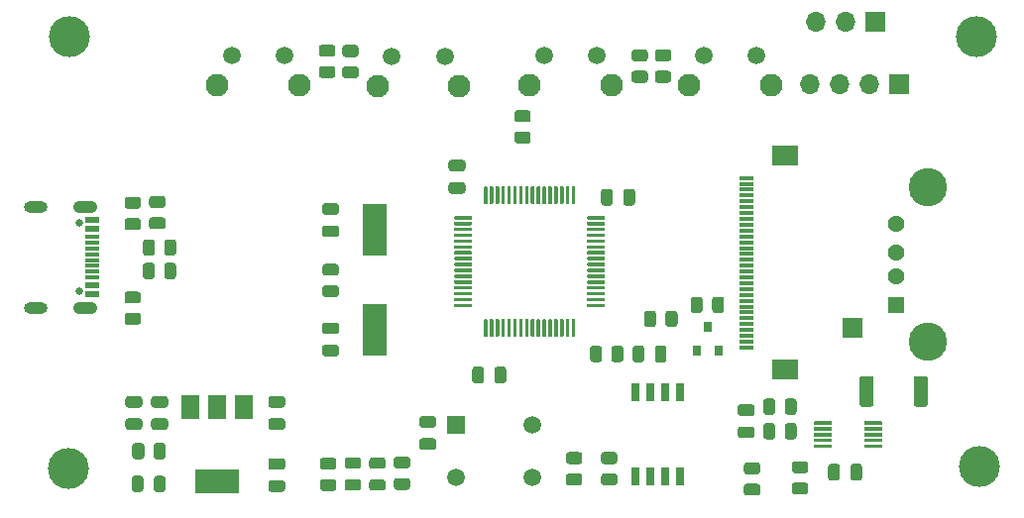
<source format=gbr>
%TF.GenerationSoftware,KiCad,Pcbnew,(5.1.10)-1*%
%TF.CreationDate,2022-05-21T22:50:28+08:00*%
%TF.ProjectId,stm32f103,73746d33-3266-4313-9033-2e6b69636164,rev?*%
%TF.SameCoordinates,Original*%
%TF.FileFunction,Soldermask,Top*%
%TF.FilePolarity,Negative*%
%FSLAX46Y46*%
G04 Gerber Fmt 4.6, Leading zero omitted, Abs format (unit mm)*
G04 Created by KiCad (PCBNEW (5.1.10)-1) date 2022-05-21 22:50:28*
%MOMM*%
%LPD*%
G01*
G04 APERTURE LIST*
%ADD10R,0.650000X1.650000*%
%ADD11C,1.498000*%
%ADD12R,1.498000X1.498000*%
%ADD13C,1.950000*%
%ADD14R,1.150000X0.300000*%
%ADD15R,1.150000X0.600000*%
%ADD16C,0.650000*%
%ADD17O,2.100000X1.050000*%
%ADD18O,2.000000X1.000000*%
%ADD19C,3.276000*%
%ADD20C,1.428000*%
%ADD21R,1.428000X1.428000*%
%ADD22C,3.500000*%
%ADD23R,0.800000X0.900000*%
%ADD24R,1.700000X1.700000*%
%ADD25R,2.200000X1.800000*%
%ADD26R,1.300000X0.300000*%
%ADD27O,1.700000X1.700000*%
%ADD28R,1.500000X2.000000*%
%ADD29R,3.800000X2.000000*%
%ADD30R,2.000000X4.500000*%
G04 APERTURE END LIST*
D10*
%TO.C,U4*%
X167100000Y-109700000D03*
X168370000Y-109700000D03*
X169640000Y-109700000D03*
X170910000Y-109700000D03*
X170910000Y-116900000D03*
X169640000Y-116900000D03*
X168370000Y-116900000D03*
X167100000Y-116900000D03*
%TD*%
D11*
%TO.C,SW1*%
X158350000Y-112450000D03*
X158350000Y-116950000D03*
D12*
X151850000Y-112450000D03*
D11*
X151850000Y-116950000D03*
%TD*%
D13*
%TO.C,S4*%
X171695000Y-83390000D03*
X178705000Y-83390000D03*
D11*
X172950000Y-80900000D03*
X177450000Y-80900000D03*
%TD*%
D13*
%TO.C,S3*%
X158095000Y-83390000D03*
X165105000Y-83390000D03*
D11*
X159350000Y-80900000D03*
X163850000Y-80900000D03*
%TD*%
D13*
%TO.C,S2*%
X145095000Y-83490000D03*
X152105000Y-83490000D03*
D11*
X146350000Y-81000000D03*
X150850000Y-81000000D03*
%TD*%
D13*
%TO.C,S1*%
X131395000Y-83390000D03*
X138405000Y-83390000D03*
D11*
X132650000Y-80900000D03*
X137150000Y-80900000D03*
%TD*%
%TO.C,U3*%
G36*
G01*
X186715000Y-112428800D02*
X186715000Y-112171200D01*
G75*
G02*
X186726200Y-112160000I11200J0D01*
G01*
X188173800Y-112160000D01*
G75*
G02*
X188185000Y-112171200I0J-11200D01*
G01*
X188185000Y-112428800D01*
G75*
G02*
X188173800Y-112440000I-11200J0D01*
G01*
X186726200Y-112440000D01*
G75*
G02*
X186715000Y-112428800I0J11200D01*
G01*
G37*
G36*
G01*
X186715000Y-112928800D02*
X186715000Y-112671200D01*
G75*
G02*
X186726200Y-112660000I11200J0D01*
G01*
X188173800Y-112660000D01*
G75*
G02*
X188185000Y-112671200I0J-11200D01*
G01*
X188185000Y-112928800D01*
G75*
G02*
X188173800Y-112940000I-11200J0D01*
G01*
X186726200Y-112940000D01*
G75*
G02*
X186715000Y-112928800I0J11200D01*
G01*
G37*
G36*
G01*
X186715000Y-113428800D02*
X186715000Y-113171200D01*
G75*
G02*
X186726200Y-113160000I11200J0D01*
G01*
X188173800Y-113160000D01*
G75*
G02*
X188185000Y-113171200I0J-11200D01*
G01*
X188185000Y-113428800D01*
G75*
G02*
X188173800Y-113440000I-11200J0D01*
G01*
X186726200Y-113440000D01*
G75*
G02*
X186715000Y-113428800I0J11200D01*
G01*
G37*
G36*
G01*
X186715000Y-113928800D02*
X186715000Y-113671200D01*
G75*
G02*
X186726200Y-113660000I11200J0D01*
G01*
X188173800Y-113660000D01*
G75*
G02*
X188185000Y-113671200I0J-11200D01*
G01*
X188185000Y-113928800D01*
G75*
G02*
X188173800Y-113940000I-11200J0D01*
G01*
X186726200Y-113940000D01*
G75*
G02*
X186715000Y-113928800I0J11200D01*
G01*
G37*
G36*
G01*
X186715000Y-114428800D02*
X186715000Y-114171200D01*
G75*
G02*
X186726200Y-114160000I11200J0D01*
G01*
X188173800Y-114160000D01*
G75*
G02*
X188185000Y-114171200I0J-11200D01*
G01*
X188185000Y-114428800D01*
G75*
G02*
X188173800Y-114440000I-11200J0D01*
G01*
X186726200Y-114440000D01*
G75*
G02*
X186715000Y-114428800I0J11200D01*
G01*
G37*
G36*
G01*
X182415000Y-114428800D02*
X182415000Y-114171200D01*
G75*
G02*
X182426200Y-114160000I11200J0D01*
G01*
X183873800Y-114160000D01*
G75*
G02*
X183885000Y-114171200I0J-11200D01*
G01*
X183885000Y-114428800D01*
G75*
G02*
X183873800Y-114440000I-11200J0D01*
G01*
X182426200Y-114440000D01*
G75*
G02*
X182415000Y-114428800I0J11200D01*
G01*
G37*
G36*
G01*
X182415000Y-113928800D02*
X182415000Y-113671200D01*
G75*
G02*
X182426200Y-113660000I11200J0D01*
G01*
X183873800Y-113660000D01*
G75*
G02*
X183885000Y-113671200I0J-11200D01*
G01*
X183885000Y-113928800D01*
G75*
G02*
X183873800Y-113940000I-11200J0D01*
G01*
X182426200Y-113940000D01*
G75*
G02*
X182415000Y-113928800I0J11200D01*
G01*
G37*
G36*
G01*
X182415000Y-113428800D02*
X182415000Y-113171200D01*
G75*
G02*
X182426200Y-113160000I11200J0D01*
G01*
X183873800Y-113160000D01*
G75*
G02*
X183885000Y-113171200I0J-11200D01*
G01*
X183885000Y-113428800D01*
G75*
G02*
X183873800Y-113440000I-11200J0D01*
G01*
X182426200Y-113440000D01*
G75*
G02*
X182415000Y-113428800I0J11200D01*
G01*
G37*
G36*
G01*
X182415000Y-112928800D02*
X182415000Y-112671200D01*
G75*
G02*
X182426200Y-112660000I11200J0D01*
G01*
X183873800Y-112660000D01*
G75*
G02*
X183885000Y-112671200I0J-11200D01*
G01*
X183885000Y-112928800D01*
G75*
G02*
X183873800Y-112940000I-11200J0D01*
G01*
X182426200Y-112940000D01*
G75*
G02*
X182415000Y-112928800I0J11200D01*
G01*
G37*
G36*
G01*
X182415000Y-112428800D02*
X182415000Y-112171200D01*
G75*
G02*
X182426200Y-112160000I11200J0D01*
G01*
X183873800Y-112160000D01*
G75*
G02*
X183885000Y-112171200I0J-11200D01*
G01*
X183885000Y-112428800D01*
G75*
G02*
X183873800Y-112440000I-11200J0D01*
G01*
X182426200Y-112440000D01*
G75*
G02*
X182415000Y-112428800I0J11200D01*
G01*
G37*
%TD*%
D14*
%TO.C,J3*%
X120705000Y-96370000D03*
X120705000Y-96870000D03*
X120705000Y-97370000D03*
X120705000Y-99870000D03*
X120705000Y-99370000D03*
X120705000Y-98870000D03*
X120705000Y-97870000D03*
X120705000Y-98370000D03*
D15*
X120705000Y-100520000D03*
X120705000Y-95720000D03*
X120705000Y-101320000D03*
X120705000Y-94920000D03*
D16*
X119630000Y-95230000D03*
X119630000Y-101010000D03*
D17*
X120130000Y-102440000D03*
X120130000Y-93800000D03*
D18*
X115950000Y-102440000D03*
X115950000Y-93800000D03*
%TD*%
D19*
%TO.C,J6*%
X192100000Y-92180000D03*
X192100000Y-105320000D03*
D20*
X189390000Y-95250000D03*
X189390000Y-97750000D03*
X189390000Y-99750000D03*
D21*
X189390000Y-102250000D03*
%TD*%
D22*
%TO.C,M3*%
X196500000Y-116000000D03*
%TD*%
%TO.C,M4*%
X118700000Y-116200000D03*
%TD*%
%TO.C,M2*%
X196300000Y-79300000D03*
%TD*%
%TO.C,M1*%
X118800000Y-79300000D03*
%TD*%
%TO.C,R15*%
G36*
G01*
X190900000Y-110675001D02*
X190900000Y-108524999D01*
G75*
G02*
X191149999Y-108275000I249999J0D01*
G01*
X191875001Y-108275000D01*
G75*
G02*
X192125000Y-108524999I0J-249999D01*
G01*
X192125000Y-110675001D01*
G75*
G02*
X191875001Y-110925000I-249999J0D01*
G01*
X191149999Y-110925000D01*
G75*
G02*
X190900000Y-110675001I0J249999D01*
G01*
G37*
G36*
G01*
X186275000Y-110675001D02*
X186275000Y-108524999D01*
G75*
G02*
X186524999Y-108275000I249999J0D01*
G01*
X187250001Y-108275000D01*
G75*
G02*
X187500000Y-108524999I0J-249999D01*
G01*
X187500000Y-110675001D01*
G75*
G02*
X187250001Y-110925000I-249999J0D01*
G01*
X186524999Y-110925000D01*
G75*
G02*
X186275000Y-110675001I0J249999D01*
G01*
G37*
%TD*%
D23*
%TO.C,Q1*%
X173300000Y-104100000D03*
X174250000Y-106100000D03*
X172350000Y-106100000D03*
%TD*%
D24*
%TO.C,J5*%
X185700000Y-104200000D03*
%TD*%
%TO.C,U2*%
G36*
G01*
X151650000Y-94825000D02*
X151650000Y-94675000D01*
G75*
G02*
X151725000Y-94600000I75000J0D01*
G01*
X153125000Y-94600000D01*
G75*
G02*
X153200000Y-94675000I0J-75000D01*
G01*
X153200000Y-94825000D01*
G75*
G02*
X153125000Y-94900000I-75000J0D01*
G01*
X151725000Y-94900000D01*
G75*
G02*
X151650000Y-94825000I0J75000D01*
G01*
G37*
G36*
G01*
X151650000Y-95325000D02*
X151650000Y-95175000D01*
G75*
G02*
X151725000Y-95100000I75000J0D01*
G01*
X153125000Y-95100000D01*
G75*
G02*
X153200000Y-95175000I0J-75000D01*
G01*
X153200000Y-95325000D01*
G75*
G02*
X153125000Y-95400000I-75000J0D01*
G01*
X151725000Y-95400000D01*
G75*
G02*
X151650000Y-95325000I0J75000D01*
G01*
G37*
G36*
G01*
X151650000Y-95825000D02*
X151650000Y-95675000D01*
G75*
G02*
X151725000Y-95600000I75000J0D01*
G01*
X153125000Y-95600000D01*
G75*
G02*
X153200000Y-95675000I0J-75000D01*
G01*
X153200000Y-95825000D01*
G75*
G02*
X153125000Y-95900000I-75000J0D01*
G01*
X151725000Y-95900000D01*
G75*
G02*
X151650000Y-95825000I0J75000D01*
G01*
G37*
G36*
G01*
X151650000Y-96325000D02*
X151650000Y-96175000D01*
G75*
G02*
X151725000Y-96100000I75000J0D01*
G01*
X153125000Y-96100000D01*
G75*
G02*
X153200000Y-96175000I0J-75000D01*
G01*
X153200000Y-96325000D01*
G75*
G02*
X153125000Y-96400000I-75000J0D01*
G01*
X151725000Y-96400000D01*
G75*
G02*
X151650000Y-96325000I0J75000D01*
G01*
G37*
G36*
G01*
X151650000Y-96825000D02*
X151650000Y-96675000D01*
G75*
G02*
X151725000Y-96600000I75000J0D01*
G01*
X153125000Y-96600000D01*
G75*
G02*
X153200000Y-96675000I0J-75000D01*
G01*
X153200000Y-96825000D01*
G75*
G02*
X153125000Y-96900000I-75000J0D01*
G01*
X151725000Y-96900000D01*
G75*
G02*
X151650000Y-96825000I0J75000D01*
G01*
G37*
G36*
G01*
X151650000Y-97325000D02*
X151650000Y-97175000D01*
G75*
G02*
X151725000Y-97100000I75000J0D01*
G01*
X153125000Y-97100000D01*
G75*
G02*
X153200000Y-97175000I0J-75000D01*
G01*
X153200000Y-97325000D01*
G75*
G02*
X153125000Y-97400000I-75000J0D01*
G01*
X151725000Y-97400000D01*
G75*
G02*
X151650000Y-97325000I0J75000D01*
G01*
G37*
G36*
G01*
X151650000Y-97825000D02*
X151650000Y-97675000D01*
G75*
G02*
X151725000Y-97600000I75000J0D01*
G01*
X153125000Y-97600000D01*
G75*
G02*
X153200000Y-97675000I0J-75000D01*
G01*
X153200000Y-97825000D01*
G75*
G02*
X153125000Y-97900000I-75000J0D01*
G01*
X151725000Y-97900000D01*
G75*
G02*
X151650000Y-97825000I0J75000D01*
G01*
G37*
G36*
G01*
X151650000Y-98325000D02*
X151650000Y-98175000D01*
G75*
G02*
X151725000Y-98100000I75000J0D01*
G01*
X153125000Y-98100000D01*
G75*
G02*
X153200000Y-98175000I0J-75000D01*
G01*
X153200000Y-98325000D01*
G75*
G02*
X153125000Y-98400000I-75000J0D01*
G01*
X151725000Y-98400000D01*
G75*
G02*
X151650000Y-98325000I0J75000D01*
G01*
G37*
G36*
G01*
X151650000Y-98825000D02*
X151650000Y-98675000D01*
G75*
G02*
X151725000Y-98600000I75000J0D01*
G01*
X153125000Y-98600000D01*
G75*
G02*
X153200000Y-98675000I0J-75000D01*
G01*
X153200000Y-98825000D01*
G75*
G02*
X153125000Y-98900000I-75000J0D01*
G01*
X151725000Y-98900000D01*
G75*
G02*
X151650000Y-98825000I0J75000D01*
G01*
G37*
G36*
G01*
X151650000Y-99325000D02*
X151650000Y-99175000D01*
G75*
G02*
X151725000Y-99100000I75000J0D01*
G01*
X153125000Y-99100000D01*
G75*
G02*
X153200000Y-99175000I0J-75000D01*
G01*
X153200000Y-99325000D01*
G75*
G02*
X153125000Y-99400000I-75000J0D01*
G01*
X151725000Y-99400000D01*
G75*
G02*
X151650000Y-99325000I0J75000D01*
G01*
G37*
G36*
G01*
X151650000Y-99825000D02*
X151650000Y-99675000D01*
G75*
G02*
X151725000Y-99600000I75000J0D01*
G01*
X153125000Y-99600000D01*
G75*
G02*
X153200000Y-99675000I0J-75000D01*
G01*
X153200000Y-99825000D01*
G75*
G02*
X153125000Y-99900000I-75000J0D01*
G01*
X151725000Y-99900000D01*
G75*
G02*
X151650000Y-99825000I0J75000D01*
G01*
G37*
G36*
G01*
X151650000Y-100325000D02*
X151650000Y-100175000D01*
G75*
G02*
X151725000Y-100100000I75000J0D01*
G01*
X153125000Y-100100000D01*
G75*
G02*
X153200000Y-100175000I0J-75000D01*
G01*
X153200000Y-100325000D01*
G75*
G02*
X153125000Y-100400000I-75000J0D01*
G01*
X151725000Y-100400000D01*
G75*
G02*
X151650000Y-100325000I0J75000D01*
G01*
G37*
G36*
G01*
X151650000Y-100825000D02*
X151650000Y-100675000D01*
G75*
G02*
X151725000Y-100600000I75000J0D01*
G01*
X153125000Y-100600000D01*
G75*
G02*
X153200000Y-100675000I0J-75000D01*
G01*
X153200000Y-100825000D01*
G75*
G02*
X153125000Y-100900000I-75000J0D01*
G01*
X151725000Y-100900000D01*
G75*
G02*
X151650000Y-100825000I0J75000D01*
G01*
G37*
G36*
G01*
X151650000Y-101325000D02*
X151650000Y-101175000D01*
G75*
G02*
X151725000Y-101100000I75000J0D01*
G01*
X153125000Y-101100000D01*
G75*
G02*
X153200000Y-101175000I0J-75000D01*
G01*
X153200000Y-101325000D01*
G75*
G02*
X153125000Y-101400000I-75000J0D01*
G01*
X151725000Y-101400000D01*
G75*
G02*
X151650000Y-101325000I0J75000D01*
G01*
G37*
G36*
G01*
X151650000Y-101825000D02*
X151650000Y-101675000D01*
G75*
G02*
X151725000Y-101600000I75000J0D01*
G01*
X153125000Y-101600000D01*
G75*
G02*
X153200000Y-101675000I0J-75000D01*
G01*
X153200000Y-101825000D01*
G75*
G02*
X153125000Y-101900000I-75000J0D01*
G01*
X151725000Y-101900000D01*
G75*
G02*
X151650000Y-101825000I0J75000D01*
G01*
G37*
G36*
G01*
X151650000Y-102325000D02*
X151650000Y-102175000D01*
G75*
G02*
X151725000Y-102100000I75000J0D01*
G01*
X153125000Y-102100000D01*
G75*
G02*
X153200000Y-102175000I0J-75000D01*
G01*
X153200000Y-102325000D01*
G75*
G02*
X153125000Y-102400000I-75000J0D01*
G01*
X151725000Y-102400000D01*
G75*
G02*
X151650000Y-102325000I0J75000D01*
G01*
G37*
G36*
G01*
X154200000Y-104875000D02*
X154200000Y-103475000D01*
G75*
G02*
X154275000Y-103400000I75000J0D01*
G01*
X154425000Y-103400000D01*
G75*
G02*
X154500000Y-103475000I0J-75000D01*
G01*
X154500000Y-104875000D01*
G75*
G02*
X154425000Y-104950000I-75000J0D01*
G01*
X154275000Y-104950000D01*
G75*
G02*
X154200000Y-104875000I0J75000D01*
G01*
G37*
G36*
G01*
X154700000Y-104875000D02*
X154700000Y-103475000D01*
G75*
G02*
X154775000Y-103400000I75000J0D01*
G01*
X154925000Y-103400000D01*
G75*
G02*
X155000000Y-103475000I0J-75000D01*
G01*
X155000000Y-104875000D01*
G75*
G02*
X154925000Y-104950000I-75000J0D01*
G01*
X154775000Y-104950000D01*
G75*
G02*
X154700000Y-104875000I0J75000D01*
G01*
G37*
G36*
G01*
X155200000Y-104875000D02*
X155200000Y-103475000D01*
G75*
G02*
X155275000Y-103400000I75000J0D01*
G01*
X155425000Y-103400000D01*
G75*
G02*
X155500000Y-103475000I0J-75000D01*
G01*
X155500000Y-104875000D01*
G75*
G02*
X155425000Y-104950000I-75000J0D01*
G01*
X155275000Y-104950000D01*
G75*
G02*
X155200000Y-104875000I0J75000D01*
G01*
G37*
G36*
G01*
X155700000Y-104875000D02*
X155700000Y-103475000D01*
G75*
G02*
X155775000Y-103400000I75000J0D01*
G01*
X155925000Y-103400000D01*
G75*
G02*
X156000000Y-103475000I0J-75000D01*
G01*
X156000000Y-104875000D01*
G75*
G02*
X155925000Y-104950000I-75000J0D01*
G01*
X155775000Y-104950000D01*
G75*
G02*
X155700000Y-104875000I0J75000D01*
G01*
G37*
G36*
G01*
X156200000Y-104875000D02*
X156200000Y-103475000D01*
G75*
G02*
X156275000Y-103400000I75000J0D01*
G01*
X156425000Y-103400000D01*
G75*
G02*
X156500000Y-103475000I0J-75000D01*
G01*
X156500000Y-104875000D01*
G75*
G02*
X156425000Y-104950000I-75000J0D01*
G01*
X156275000Y-104950000D01*
G75*
G02*
X156200000Y-104875000I0J75000D01*
G01*
G37*
G36*
G01*
X156700000Y-104875000D02*
X156700000Y-103475000D01*
G75*
G02*
X156775000Y-103400000I75000J0D01*
G01*
X156925000Y-103400000D01*
G75*
G02*
X157000000Y-103475000I0J-75000D01*
G01*
X157000000Y-104875000D01*
G75*
G02*
X156925000Y-104950000I-75000J0D01*
G01*
X156775000Y-104950000D01*
G75*
G02*
X156700000Y-104875000I0J75000D01*
G01*
G37*
G36*
G01*
X157200000Y-104875000D02*
X157200000Y-103475000D01*
G75*
G02*
X157275000Y-103400000I75000J0D01*
G01*
X157425000Y-103400000D01*
G75*
G02*
X157500000Y-103475000I0J-75000D01*
G01*
X157500000Y-104875000D01*
G75*
G02*
X157425000Y-104950000I-75000J0D01*
G01*
X157275000Y-104950000D01*
G75*
G02*
X157200000Y-104875000I0J75000D01*
G01*
G37*
G36*
G01*
X157700000Y-104875000D02*
X157700000Y-103475000D01*
G75*
G02*
X157775000Y-103400000I75000J0D01*
G01*
X157925000Y-103400000D01*
G75*
G02*
X158000000Y-103475000I0J-75000D01*
G01*
X158000000Y-104875000D01*
G75*
G02*
X157925000Y-104950000I-75000J0D01*
G01*
X157775000Y-104950000D01*
G75*
G02*
X157700000Y-104875000I0J75000D01*
G01*
G37*
G36*
G01*
X158200000Y-104875000D02*
X158200000Y-103475000D01*
G75*
G02*
X158275000Y-103400000I75000J0D01*
G01*
X158425000Y-103400000D01*
G75*
G02*
X158500000Y-103475000I0J-75000D01*
G01*
X158500000Y-104875000D01*
G75*
G02*
X158425000Y-104950000I-75000J0D01*
G01*
X158275000Y-104950000D01*
G75*
G02*
X158200000Y-104875000I0J75000D01*
G01*
G37*
G36*
G01*
X158700000Y-104875000D02*
X158700000Y-103475000D01*
G75*
G02*
X158775000Y-103400000I75000J0D01*
G01*
X158925000Y-103400000D01*
G75*
G02*
X159000000Y-103475000I0J-75000D01*
G01*
X159000000Y-104875000D01*
G75*
G02*
X158925000Y-104950000I-75000J0D01*
G01*
X158775000Y-104950000D01*
G75*
G02*
X158700000Y-104875000I0J75000D01*
G01*
G37*
G36*
G01*
X159200000Y-104875000D02*
X159200000Y-103475000D01*
G75*
G02*
X159275000Y-103400000I75000J0D01*
G01*
X159425000Y-103400000D01*
G75*
G02*
X159500000Y-103475000I0J-75000D01*
G01*
X159500000Y-104875000D01*
G75*
G02*
X159425000Y-104950000I-75000J0D01*
G01*
X159275000Y-104950000D01*
G75*
G02*
X159200000Y-104875000I0J75000D01*
G01*
G37*
G36*
G01*
X159700000Y-104875000D02*
X159700000Y-103475000D01*
G75*
G02*
X159775000Y-103400000I75000J0D01*
G01*
X159925000Y-103400000D01*
G75*
G02*
X160000000Y-103475000I0J-75000D01*
G01*
X160000000Y-104875000D01*
G75*
G02*
X159925000Y-104950000I-75000J0D01*
G01*
X159775000Y-104950000D01*
G75*
G02*
X159700000Y-104875000I0J75000D01*
G01*
G37*
G36*
G01*
X160200000Y-104875000D02*
X160200000Y-103475000D01*
G75*
G02*
X160275000Y-103400000I75000J0D01*
G01*
X160425000Y-103400000D01*
G75*
G02*
X160500000Y-103475000I0J-75000D01*
G01*
X160500000Y-104875000D01*
G75*
G02*
X160425000Y-104950000I-75000J0D01*
G01*
X160275000Y-104950000D01*
G75*
G02*
X160200000Y-104875000I0J75000D01*
G01*
G37*
G36*
G01*
X160700000Y-104875000D02*
X160700000Y-103475000D01*
G75*
G02*
X160775000Y-103400000I75000J0D01*
G01*
X160925000Y-103400000D01*
G75*
G02*
X161000000Y-103475000I0J-75000D01*
G01*
X161000000Y-104875000D01*
G75*
G02*
X160925000Y-104950000I-75000J0D01*
G01*
X160775000Y-104950000D01*
G75*
G02*
X160700000Y-104875000I0J75000D01*
G01*
G37*
G36*
G01*
X161200000Y-104875000D02*
X161200000Y-103475000D01*
G75*
G02*
X161275000Y-103400000I75000J0D01*
G01*
X161425000Y-103400000D01*
G75*
G02*
X161500000Y-103475000I0J-75000D01*
G01*
X161500000Y-104875000D01*
G75*
G02*
X161425000Y-104950000I-75000J0D01*
G01*
X161275000Y-104950000D01*
G75*
G02*
X161200000Y-104875000I0J75000D01*
G01*
G37*
G36*
G01*
X161700000Y-104875000D02*
X161700000Y-103475000D01*
G75*
G02*
X161775000Y-103400000I75000J0D01*
G01*
X161925000Y-103400000D01*
G75*
G02*
X162000000Y-103475000I0J-75000D01*
G01*
X162000000Y-104875000D01*
G75*
G02*
X161925000Y-104950000I-75000J0D01*
G01*
X161775000Y-104950000D01*
G75*
G02*
X161700000Y-104875000I0J75000D01*
G01*
G37*
G36*
G01*
X163000000Y-102325000D02*
X163000000Y-102175000D01*
G75*
G02*
X163075000Y-102100000I75000J0D01*
G01*
X164475000Y-102100000D01*
G75*
G02*
X164550000Y-102175000I0J-75000D01*
G01*
X164550000Y-102325000D01*
G75*
G02*
X164475000Y-102400000I-75000J0D01*
G01*
X163075000Y-102400000D01*
G75*
G02*
X163000000Y-102325000I0J75000D01*
G01*
G37*
G36*
G01*
X163000000Y-101825000D02*
X163000000Y-101675000D01*
G75*
G02*
X163075000Y-101600000I75000J0D01*
G01*
X164475000Y-101600000D01*
G75*
G02*
X164550000Y-101675000I0J-75000D01*
G01*
X164550000Y-101825000D01*
G75*
G02*
X164475000Y-101900000I-75000J0D01*
G01*
X163075000Y-101900000D01*
G75*
G02*
X163000000Y-101825000I0J75000D01*
G01*
G37*
G36*
G01*
X163000000Y-101325000D02*
X163000000Y-101175000D01*
G75*
G02*
X163075000Y-101100000I75000J0D01*
G01*
X164475000Y-101100000D01*
G75*
G02*
X164550000Y-101175000I0J-75000D01*
G01*
X164550000Y-101325000D01*
G75*
G02*
X164475000Y-101400000I-75000J0D01*
G01*
X163075000Y-101400000D01*
G75*
G02*
X163000000Y-101325000I0J75000D01*
G01*
G37*
G36*
G01*
X163000000Y-100825000D02*
X163000000Y-100675000D01*
G75*
G02*
X163075000Y-100600000I75000J0D01*
G01*
X164475000Y-100600000D01*
G75*
G02*
X164550000Y-100675000I0J-75000D01*
G01*
X164550000Y-100825000D01*
G75*
G02*
X164475000Y-100900000I-75000J0D01*
G01*
X163075000Y-100900000D01*
G75*
G02*
X163000000Y-100825000I0J75000D01*
G01*
G37*
G36*
G01*
X163000000Y-100325000D02*
X163000000Y-100175000D01*
G75*
G02*
X163075000Y-100100000I75000J0D01*
G01*
X164475000Y-100100000D01*
G75*
G02*
X164550000Y-100175000I0J-75000D01*
G01*
X164550000Y-100325000D01*
G75*
G02*
X164475000Y-100400000I-75000J0D01*
G01*
X163075000Y-100400000D01*
G75*
G02*
X163000000Y-100325000I0J75000D01*
G01*
G37*
G36*
G01*
X163000000Y-99825000D02*
X163000000Y-99675000D01*
G75*
G02*
X163075000Y-99600000I75000J0D01*
G01*
X164475000Y-99600000D01*
G75*
G02*
X164550000Y-99675000I0J-75000D01*
G01*
X164550000Y-99825000D01*
G75*
G02*
X164475000Y-99900000I-75000J0D01*
G01*
X163075000Y-99900000D01*
G75*
G02*
X163000000Y-99825000I0J75000D01*
G01*
G37*
G36*
G01*
X163000000Y-99325000D02*
X163000000Y-99175000D01*
G75*
G02*
X163075000Y-99100000I75000J0D01*
G01*
X164475000Y-99100000D01*
G75*
G02*
X164550000Y-99175000I0J-75000D01*
G01*
X164550000Y-99325000D01*
G75*
G02*
X164475000Y-99400000I-75000J0D01*
G01*
X163075000Y-99400000D01*
G75*
G02*
X163000000Y-99325000I0J75000D01*
G01*
G37*
G36*
G01*
X163000000Y-98825000D02*
X163000000Y-98675000D01*
G75*
G02*
X163075000Y-98600000I75000J0D01*
G01*
X164475000Y-98600000D01*
G75*
G02*
X164550000Y-98675000I0J-75000D01*
G01*
X164550000Y-98825000D01*
G75*
G02*
X164475000Y-98900000I-75000J0D01*
G01*
X163075000Y-98900000D01*
G75*
G02*
X163000000Y-98825000I0J75000D01*
G01*
G37*
G36*
G01*
X163000000Y-98325000D02*
X163000000Y-98175000D01*
G75*
G02*
X163075000Y-98100000I75000J0D01*
G01*
X164475000Y-98100000D01*
G75*
G02*
X164550000Y-98175000I0J-75000D01*
G01*
X164550000Y-98325000D01*
G75*
G02*
X164475000Y-98400000I-75000J0D01*
G01*
X163075000Y-98400000D01*
G75*
G02*
X163000000Y-98325000I0J75000D01*
G01*
G37*
G36*
G01*
X163000000Y-97825000D02*
X163000000Y-97675000D01*
G75*
G02*
X163075000Y-97600000I75000J0D01*
G01*
X164475000Y-97600000D01*
G75*
G02*
X164550000Y-97675000I0J-75000D01*
G01*
X164550000Y-97825000D01*
G75*
G02*
X164475000Y-97900000I-75000J0D01*
G01*
X163075000Y-97900000D01*
G75*
G02*
X163000000Y-97825000I0J75000D01*
G01*
G37*
G36*
G01*
X163000000Y-97325000D02*
X163000000Y-97175000D01*
G75*
G02*
X163075000Y-97100000I75000J0D01*
G01*
X164475000Y-97100000D01*
G75*
G02*
X164550000Y-97175000I0J-75000D01*
G01*
X164550000Y-97325000D01*
G75*
G02*
X164475000Y-97400000I-75000J0D01*
G01*
X163075000Y-97400000D01*
G75*
G02*
X163000000Y-97325000I0J75000D01*
G01*
G37*
G36*
G01*
X163000000Y-96825000D02*
X163000000Y-96675000D01*
G75*
G02*
X163075000Y-96600000I75000J0D01*
G01*
X164475000Y-96600000D01*
G75*
G02*
X164550000Y-96675000I0J-75000D01*
G01*
X164550000Y-96825000D01*
G75*
G02*
X164475000Y-96900000I-75000J0D01*
G01*
X163075000Y-96900000D01*
G75*
G02*
X163000000Y-96825000I0J75000D01*
G01*
G37*
G36*
G01*
X163000000Y-96325000D02*
X163000000Y-96175000D01*
G75*
G02*
X163075000Y-96100000I75000J0D01*
G01*
X164475000Y-96100000D01*
G75*
G02*
X164550000Y-96175000I0J-75000D01*
G01*
X164550000Y-96325000D01*
G75*
G02*
X164475000Y-96400000I-75000J0D01*
G01*
X163075000Y-96400000D01*
G75*
G02*
X163000000Y-96325000I0J75000D01*
G01*
G37*
G36*
G01*
X163000000Y-95825000D02*
X163000000Y-95675000D01*
G75*
G02*
X163075000Y-95600000I75000J0D01*
G01*
X164475000Y-95600000D01*
G75*
G02*
X164550000Y-95675000I0J-75000D01*
G01*
X164550000Y-95825000D01*
G75*
G02*
X164475000Y-95900000I-75000J0D01*
G01*
X163075000Y-95900000D01*
G75*
G02*
X163000000Y-95825000I0J75000D01*
G01*
G37*
G36*
G01*
X163000000Y-95325000D02*
X163000000Y-95175000D01*
G75*
G02*
X163075000Y-95100000I75000J0D01*
G01*
X164475000Y-95100000D01*
G75*
G02*
X164550000Y-95175000I0J-75000D01*
G01*
X164550000Y-95325000D01*
G75*
G02*
X164475000Y-95400000I-75000J0D01*
G01*
X163075000Y-95400000D01*
G75*
G02*
X163000000Y-95325000I0J75000D01*
G01*
G37*
G36*
G01*
X163000000Y-94825000D02*
X163000000Y-94675000D01*
G75*
G02*
X163075000Y-94600000I75000J0D01*
G01*
X164475000Y-94600000D01*
G75*
G02*
X164550000Y-94675000I0J-75000D01*
G01*
X164550000Y-94825000D01*
G75*
G02*
X164475000Y-94900000I-75000J0D01*
G01*
X163075000Y-94900000D01*
G75*
G02*
X163000000Y-94825000I0J75000D01*
G01*
G37*
G36*
G01*
X161700000Y-93525000D02*
X161700000Y-92125000D01*
G75*
G02*
X161775000Y-92050000I75000J0D01*
G01*
X161925000Y-92050000D01*
G75*
G02*
X162000000Y-92125000I0J-75000D01*
G01*
X162000000Y-93525000D01*
G75*
G02*
X161925000Y-93600000I-75000J0D01*
G01*
X161775000Y-93600000D01*
G75*
G02*
X161700000Y-93525000I0J75000D01*
G01*
G37*
G36*
G01*
X161200000Y-93525000D02*
X161200000Y-92125000D01*
G75*
G02*
X161275000Y-92050000I75000J0D01*
G01*
X161425000Y-92050000D01*
G75*
G02*
X161500000Y-92125000I0J-75000D01*
G01*
X161500000Y-93525000D01*
G75*
G02*
X161425000Y-93600000I-75000J0D01*
G01*
X161275000Y-93600000D01*
G75*
G02*
X161200000Y-93525000I0J75000D01*
G01*
G37*
G36*
G01*
X160700000Y-93525000D02*
X160700000Y-92125000D01*
G75*
G02*
X160775000Y-92050000I75000J0D01*
G01*
X160925000Y-92050000D01*
G75*
G02*
X161000000Y-92125000I0J-75000D01*
G01*
X161000000Y-93525000D01*
G75*
G02*
X160925000Y-93600000I-75000J0D01*
G01*
X160775000Y-93600000D01*
G75*
G02*
X160700000Y-93525000I0J75000D01*
G01*
G37*
G36*
G01*
X160200000Y-93525000D02*
X160200000Y-92125000D01*
G75*
G02*
X160275000Y-92050000I75000J0D01*
G01*
X160425000Y-92050000D01*
G75*
G02*
X160500000Y-92125000I0J-75000D01*
G01*
X160500000Y-93525000D01*
G75*
G02*
X160425000Y-93600000I-75000J0D01*
G01*
X160275000Y-93600000D01*
G75*
G02*
X160200000Y-93525000I0J75000D01*
G01*
G37*
G36*
G01*
X159700000Y-93525000D02*
X159700000Y-92125000D01*
G75*
G02*
X159775000Y-92050000I75000J0D01*
G01*
X159925000Y-92050000D01*
G75*
G02*
X160000000Y-92125000I0J-75000D01*
G01*
X160000000Y-93525000D01*
G75*
G02*
X159925000Y-93600000I-75000J0D01*
G01*
X159775000Y-93600000D01*
G75*
G02*
X159700000Y-93525000I0J75000D01*
G01*
G37*
G36*
G01*
X159200000Y-93525000D02*
X159200000Y-92125000D01*
G75*
G02*
X159275000Y-92050000I75000J0D01*
G01*
X159425000Y-92050000D01*
G75*
G02*
X159500000Y-92125000I0J-75000D01*
G01*
X159500000Y-93525000D01*
G75*
G02*
X159425000Y-93600000I-75000J0D01*
G01*
X159275000Y-93600000D01*
G75*
G02*
X159200000Y-93525000I0J75000D01*
G01*
G37*
G36*
G01*
X158700000Y-93525000D02*
X158700000Y-92125000D01*
G75*
G02*
X158775000Y-92050000I75000J0D01*
G01*
X158925000Y-92050000D01*
G75*
G02*
X159000000Y-92125000I0J-75000D01*
G01*
X159000000Y-93525000D01*
G75*
G02*
X158925000Y-93600000I-75000J0D01*
G01*
X158775000Y-93600000D01*
G75*
G02*
X158700000Y-93525000I0J75000D01*
G01*
G37*
G36*
G01*
X158200000Y-93525000D02*
X158200000Y-92125000D01*
G75*
G02*
X158275000Y-92050000I75000J0D01*
G01*
X158425000Y-92050000D01*
G75*
G02*
X158500000Y-92125000I0J-75000D01*
G01*
X158500000Y-93525000D01*
G75*
G02*
X158425000Y-93600000I-75000J0D01*
G01*
X158275000Y-93600000D01*
G75*
G02*
X158200000Y-93525000I0J75000D01*
G01*
G37*
G36*
G01*
X157700000Y-93525000D02*
X157700000Y-92125000D01*
G75*
G02*
X157775000Y-92050000I75000J0D01*
G01*
X157925000Y-92050000D01*
G75*
G02*
X158000000Y-92125000I0J-75000D01*
G01*
X158000000Y-93525000D01*
G75*
G02*
X157925000Y-93600000I-75000J0D01*
G01*
X157775000Y-93600000D01*
G75*
G02*
X157700000Y-93525000I0J75000D01*
G01*
G37*
G36*
G01*
X157200000Y-93525000D02*
X157200000Y-92125000D01*
G75*
G02*
X157275000Y-92050000I75000J0D01*
G01*
X157425000Y-92050000D01*
G75*
G02*
X157500000Y-92125000I0J-75000D01*
G01*
X157500000Y-93525000D01*
G75*
G02*
X157425000Y-93600000I-75000J0D01*
G01*
X157275000Y-93600000D01*
G75*
G02*
X157200000Y-93525000I0J75000D01*
G01*
G37*
G36*
G01*
X156700000Y-93525000D02*
X156700000Y-92125000D01*
G75*
G02*
X156775000Y-92050000I75000J0D01*
G01*
X156925000Y-92050000D01*
G75*
G02*
X157000000Y-92125000I0J-75000D01*
G01*
X157000000Y-93525000D01*
G75*
G02*
X156925000Y-93600000I-75000J0D01*
G01*
X156775000Y-93600000D01*
G75*
G02*
X156700000Y-93525000I0J75000D01*
G01*
G37*
G36*
G01*
X156200000Y-93525000D02*
X156200000Y-92125000D01*
G75*
G02*
X156275000Y-92050000I75000J0D01*
G01*
X156425000Y-92050000D01*
G75*
G02*
X156500000Y-92125000I0J-75000D01*
G01*
X156500000Y-93525000D01*
G75*
G02*
X156425000Y-93600000I-75000J0D01*
G01*
X156275000Y-93600000D01*
G75*
G02*
X156200000Y-93525000I0J75000D01*
G01*
G37*
G36*
G01*
X155700000Y-93525000D02*
X155700000Y-92125000D01*
G75*
G02*
X155775000Y-92050000I75000J0D01*
G01*
X155925000Y-92050000D01*
G75*
G02*
X156000000Y-92125000I0J-75000D01*
G01*
X156000000Y-93525000D01*
G75*
G02*
X155925000Y-93600000I-75000J0D01*
G01*
X155775000Y-93600000D01*
G75*
G02*
X155700000Y-93525000I0J75000D01*
G01*
G37*
G36*
G01*
X155200000Y-93525000D02*
X155200000Y-92125000D01*
G75*
G02*
X155275000Y-92050000I75000J0D01*
G01*
X155425000Y-92050000D01*
G75*
G02*
X155500000Y-92125000I0J-75000D01*
G01*
X155500000Y-93525000D01*
G75*
G02*
X155425000Y-93600000I-75000J0D01*
G01*
X155275000Y-93600000D01*
G75*
G02*
X155200000Y-93525000I0J75000D01*
G01*
G37*
G36*
G01*
X154700000Y-93525000D02*
X154700000Y-92125000D01*
G75*
G02*
X154775000Y-92050000I75000J0D01*
G01*
X154925000Y-92050000D01*
G75*
G02*
X155000000Y-92125000I0J-75000D01*
G01*
X155000000Y-93525000D01*
G75*
G02*
X154925000Y-93600000I-75000J0D01*
G01*
X154775000Y-93600000D01*
G75*
G02*
X154700000Y-93525000I0J75000D01*
G01*
G37*
G36*
G01*
X154200000Y-93525000D02*
X154200000Y-92125000D01*
G75*
G02*
X154275000Y-92050000I75000J0D01*
G01*
X154425000Y-92050000D01*
G75*
G02*
X154500000Y-92125000I0J-75000D01*
G01*
X154500000Y-93525000D01*
G75*
G02*
X154425000Y-93600000I-75000J0D01*
G01*
X154275000Y-93600000D01*
G75*
G02*
X154200000Y-93525000I0J75000D01*
G01*
G37*
%TD*%
D25*
%TO.C,J4*%
X179900000Y-89450000D03*
X179900000Y-107750000D03*
D26*
X176650000Y-105850000D03*
X176650000Y-105350000D03*
X176650000Y-104850000D03*
X176650000Y-104350000D03*
X176650000Y-103850000D03*
X176650000Y-103350000D03*
X176650000Y-102850000D03*
X176650000Y-102350000D03*
X176650000Y-101850000D03*
X176650000Y-101350000D03*
X176650000Y-100850000D03*
X176650000Y-100350000D03*
X176650000Y-99850000D03*
X176650000Y-99350000D03*
X176650000Y-98850000D03*
X176650000Y-98350000D03*
X176650000Y-97850000D03*
X176650000Y-97350000D03*
X176650000Y-96850000D03*
X176650000Y-96350000D03*
X176650000Y-95850000D03*
X176650000Y-95350000D03*
X176650000Y-94850000D03*
X176650000Y-94350000D03*
X176650000Y-93850000D03*
X176650000Y-93350000D03*
X176650000Y-92850000D03*
X176650000Y-92350000D03*
X176650000Y-91850000D03*
X176650000Y-91350000D03*
%TD*%
%TO.C,R11*%
G36*
G01*
X126087500Y-98849998D02*
X126087500Y-99750002D01*
G75*
G02*
X125837502Y-100000000I-249998J0D01*
G01*
X125312498Y-100000000D01*
G75*
G02*
X125062500Y-99750002I0J249998D01*
G01*
X125062500Y-98849998D01*
G75*
G02*
X125312498Y-98600000I249998J0D01*
G01*
X125837502Y-98600000D01*
G75*
G02*
X126087500Y-98849998I0J-249998D01*
G01*
G37*
G36*
G01*
X127912500Y-98849998D02*
X127912500Y-99750002D01*
G75*
G02*
X127662502Y-100000000I-249998J0D01*
G01*
X127137498Y-100000000D01*
G75*
G02*
X126887500Y-99750002I0J249998D01*
G01*
X126887500Y-98849998D01*
G75*
G02*
X127137498Y-98600000I249998J0D01*
G01*
X127662502Y-98600000D01*
G75*
G02*
X127912500Y-98849998I0J-249998D01*
G01*
G37*
%TD*%
%TO.C,R12*%
G36*
G01*
X126087500Y-96849998D02*
X126087500Y-97750002D01*
G75*
G02*
X125837502Y-98000000I-249998J0D01*
G01*
X125312498Y-98000000D01*
G75*
G02*
X125062500Y-97750002I0J249998D01*
G01*
X125062500Y-96849998D01*
G75*
G02*
X125312498Y-96600000I249998J0D01*
G01*
X125837502Y-96600000D01*
G75*
G02*
X126087500Y-96849998I0J-249998D01*
G01*
G37*
G36*
G01*
X127912500Y-96849998D02*
X127912500Y-97750002D01*
G75*
G02*
X127662502Y-98000000I-249998J0D01*
G01*
X127137498Y-98000000D01*
G75*
G02*
X126887500Y-97750002I0J249998D01*
G01*
X126887500Y-96849998D01*
G75*
G02*
X127137498Y-96600000I249998J0D01*
G01*
X127662502Y-96600000D01*
G75*
G02*
X127912500Y-96849998I0J-249998D01*
G01*
G37*
%TD*%
%TO.C,D3*%
G36*
G01*
X144643750Y-115237500D02*
X145556250Y-115237500D01*
G75*
G02*
X145800000Y-115481250I0J-243750D01*
G01*
X145800000Y-115968750D01*
G75*
G02*
X145556250Y-116212500I-243750J0D01*
G01*
X144643750Y-116212500D01*
G75*
G02*
X144400000Y-115968750I0J243750D01*
G01*
X144400000Y-115481250D01*
G75*
G02*
X144643750Y-115237500I243750J0D01*
G01*
G37*
G36*
G01*
X144643750Y-117112500D02*
X145556250Y-117112500D01*
G75*
G02*
X145800000Y-117356250I0J-243750D01*
G01*
X145800000Y-117843750D01*
G75*
G02*
X145556250Y-118087500I-243750J0D01*
G01*
X144643750Y-118087500D01*
G75*
G02*
X144400000Y-117843750I0J243750D01*
G01*
X144400000Y-117356250D01*
G75*
G02*
X144643750Y-117112500I243750J0D01*
G01*
G37*
%TD*%
%TO.C,C1*%
G36*
G01*
X141575000Y-96400000D02*
X140625000Y-96400000D01*
G75*
G02*
X140375000Y-96150000I0J250000D01*
G01*
X140375000Y-95650000D01*
G75*
G02*
X140625000Y-95400000I250000J0D01*
G01*
X141575000Y-95400000D01*
G75*
G02*
X141825000Y-95650000I0J-250000D01*
G01*
X141825000Y-96150000D01*
G75*
G02*
X141575000Y-96400000I-250000J0D01*
G01*
G37*
G36*
G01*
X141575000Y-94500000D02*
X140625000Y-94500000D01*
G75*
G02*
X140375000Y-94250000I0J250000D01*
G01*
X140375000Y-93750000D01*
G75*
G02*
X140625000Y-93500000I250000J0D01*
G01*
X141575000Y-93500000D01*
G75*
G02*
X141825000Y-93750000I0J-250000D01*
G01*
X141825000Y-94250000D01*
G75*
G02*
X141575000Y-94500000I-250000J0D01*
G01*
G37*
%TD*%
%TO.C,C2*%
G36*
G01*
X123825000Y-111900000D02*
X124775000Y-111900000D01*
G75*
G02*
X125025000Y-112150000I0J-250000D01*
G01*
X125025000Y-112650000D01*
G75*
G02*
X124775000Y-112900000I-250000J0D01*
G01*
X123825000Y-112900000D01*
G75*
G02*
X123575000Y-112650000I0J250000D01*
G01*
X123575000Y-112150000D01*
G75*
G02*
X123825000Y-111900000I250000J0D01*
G01*
G37*
G36*
G01*
X123825000Y-110000000D02*
X124775000Y-110000000D01*
G75*
G02*
X125025000Y-110250000I0J-250000D01*
G01*
X125025000Y-110750000D01*
G75*
G02*
X124775000Y-111000000I-250000J0D01*
G01*
X123825000Y-111000000D01*
G75*
G02*
X123575000Y-110750000I0J250000D01*
G01*
X123575000Y-110250000D01*
G75*
G02*
X123825000Y-110000000I250000J0D01*
G01*
G37*
%TD*%
%TO.C,C3*%
G36*
G01*
X148925000Y-113600000D02*
X149875000Y-113600000D01*
G75*
G02*
X150125000Y-113850000I0J-250000D01*
G01*
X150125000Y-114350000D01*
G75*
G02*
X149875000Y-114600000I-250000J0D01*
G01*
X148925000Y-114600000D01*
G75*
G02*
X148675000Y-114350000I0J250000D01*
G01*
X148675000Y-113850000D01*
G75*
G02*
X148925000Y-113600000I250000J0D01*
G01*
G37*
G36*
G01*
X148925000Y-111700000D02*
X149875000Y-111700000D01*
G75*
G02*
X150125000Y-111950000I0J-250000D01*
G01*
X150125000Y-112450000D01*
G75*
G02*
X149875000Y-112700000I-250000J0D01*
G01*
X148925000Y-112700000D01*
G75*
G02*
X148675000Y-112450000I0J250000D01*
G01*
X148675000Y-111950000D01*
G75*
G02*
X148925000Y-111700000I250000J0D01*
G01*
G37*
%TD*%
%TO.C,C4*%
G36*
G01*
X140625000Y-105600000D02*
X141575000Y-105600000D01*
G75*
G02*
X141825000Y-105850000I0J-250000D01*
G01*
X141825000Y-106350000D01*
G75*
G02*
X141575000Y-106600000I-250000J0D01*
G01*
X140625000Y-106600000D01*
G75*
G02*
X140375000Y-106350000I0J250000D01*
G01*
X140375000Y-105850000D01*
G75*
G02*
X140625000Y-105600000I250000J0D01*
G01*
G37*
G36*
G01*
X140625000Y-103700000D02*
X141575000Y-103700000D01*
G75*
G02*
X141825000Y-103950000I0J-250000D01*
G01*
X141825000Y-104450000D01*
G75*
G02*
X141575000Y-104700000I-250000J0D01*
G01*
X140625000Y-104700000D01*
G75*
G02*
X140375000Y-104450000I0J250000D01*
G01*
X140375000Y-103950000D01*
G75*
G02*
X140625000Y-103700000I250000J0D01*
G01*
G37*
%TD*%
%TO.C,C5*%
G36*
G01*
X136975000Y-112900000D02*
X136025000Y-112900000D01*
G75*
G02*
X135775000Y-112650000I0J250000D01*
G01*
X135775000Y-112150000D01*
G75*
G02*
X136025000Y-111900000I250000J0D01*
G01*
X136975000Y-111900000D01*
G75*
G02*
X137225000Y-112150000I0J-250000D01*
G01*
X137225000Y-112650000D01*
G75*
G02*
X136975000Y-112900000I-250000J0D01*
G01*
G37*
G36*
G01*
X136975000Y-111000000D02*
X136025000Y-111000000D01*
G75*
G02*
X135775000Y-110750000I0J250000D01*
G01*
X135775000Y-110250000D01*
G75*
G02*
X136025000Y-110000000I250000J0D01*
G01*
X136975000Y-110000000D01*
G75*
G02*
X137225000Y-110250000I0J-250000D01*
G01*
X137225000Y-110750000D01*
G75*
G02*
X136975000Y-111000000I-250000J0D01*
G01*
G37*
%TD*%
%TO.C,C6*%
G36*
G01*
X166100000Y-93475000D02*
X166100000Y-92525000D01*
G75*
G02*
X166350000Y-92275000I250000J0D01*
G01*
X166850000Y-92275000D01*
G75*
G02*
X167100000Y-92525000I0J-250000D01*
G01*
X167100000Y-93475000D01*
G75*
G02*
X166850000Y-93725000I-250000J0D01*
G01*
X166350000Y-93725000D01*
G75*
G02*
X166100000Y-93475000I0J250000D01*
G01*
G37*
G36*
G01*
X164200000Y-93475000D02*
X164200000Y-92525000D01*
G75*
G02*
X164450000Y-92275000I250000J0D01*
G01*
X164950000Y-92275000D01*
G75*
G02*
X165200000Y-92525000I0J-250000D01*
G01*
X165200000Y-93475000D01*
G75*
G02*
X164950000Y-93725000I-250000J0D01*
G01*
X164450000Y-93725000D01*
G75*
G02*
X164200000Y-93475000I0J250000D01*
G01*
G37*
%TD*%
%TO.C,C7*%
G36*
G01*
X169800000Y-105925000D02*
X169800000Y-106875000D01*
G75*
G02*
X169550000Y-107125000I-250000J0D01*
G01*
X169050000Y-107125000D01*
G75*
G02*
X168800000Y-106875000I0J250000D01*
G01*
X168800000Y-105925000D01*
G75*
G02*
X169050000Y-105675000I250000J0D01*
G01*
X169550000Y-105675000D01*
G75*
G02*
X169800000Y-105925000I0J-250000D01*
G01*
G37*
G36*
G01*
X167900000Y-105925000D02*
X167900000Y-106875000D01*
G75*
G02*
X167650000Y-107125000I-250000J0D01*
G01*
X167150000Y-107125000D01*
G75*
G02*
X166900000Y-106875000I0J250000D01*
G01*
X166900000Y-105925000D01*
G75*
G02*
X167150000Y-105675000I250000J0D01*
G01*
X167650000Y-105675000D01*
G75*
G02*
X167900000Y-105925000I0J-250000D01*
G01*
G37*
%TD*%
%TO.C,C8*%
G36*
G01*
X152375000Y-90800000D02*
X151425000Y-90800000D01*
G75*
G02*
X151175000Y-90550000I0J250000D01*
G01*
X151175000Y-90050000D01*
G75*
G02*
X151425000Y-89800000I250000J0D01*
G01*
X152375000Y-89800000D01*
G75*
G02*
X152625000Y-90050000I0J-250000D01*
G01*
X152625000Y-90550000D01*
G75*
G02*
X152375000Y-90800000I-250000J0D01*
G01*
G37*
G36*
G01*
X152375000Y-92700000D02*
X151425000Y-92700000D01*
G75*
G02*
X151175000Y-92450000I0J250000D01*
G01*
X151175000Y-91950000D01*
G75*
G02*
X151425000Y-91700000I250000J0D01*
G01*
X152375000Y-91700000D01*
G75*
G02*
X152625000Y-91950000I0J-250000D01*
G01*
X152625000Y-92450000D01*
G75*
G02*
X152375000Y-92700000I-250000J0D01*
G01*
G37*
%TD*%
%TO.C,C9*%
G36*
G01*
X156100000Y-107725000D02*
X156100000Y-108675000D01*
G75*
G02*
X155850000Y-108925000I-250000J0D01*
G01*
X155350000Y-108925000D01*
G75*
G02*
X155100000Y-108675000I0J250000D01*
G01*
X155100000Y-107725000D01*
G75*
G02*
X155350000Y-107475000I250000J0D01*
G01*
X155850000Y-107475000D01*
G75*
G02*
X156100000Y-107725000I0J-250000D01*
G01*
G37*
G36*
G01*
X154200000Y-107725000D02*
X154200000Y-108675000D01*
G75*
G02*
X153950000Y-108925000I-250000J0D01*
G01*
X153450000Y-108925000D01*
G75*
G02*
X153200000Y-108675000I0J250000D01*
G01*
X153200000Y-107725000D01*
G75*
G02*
X153450000Y-107475000I250000J0D01*
G01*
X153950000Y-107475000D01*
G75*
G02*
X154200000Y-107725000I0J-250000D01*
G01*
G37*
%TD*%
%TO.C,C10*%
G36*
G01*
X186500000Y-116025000D02*
X186500000Y-116975000D01*
G75*
G02*
X186250000Y-117225000I-250000J0D01*
G01*
X185750000Y-117225000D01*
G75*
G02*
X185500000Y-116975000I0J250000D01*
G01*
X185500000Y-116025000D01*
G75*
G02*
X185750000Y-115775000I250000J0D01*
G01*
X186250000Y-115775000D01*
G75*
G02*
X186500000Y-116025000I0J-250000D01*
G01*
G37*
G36*
G01*
X184600000Y-116025000D02*
X184600000Y-116975000D01*
G75*
G02*
X184350000Y-117225000I-250000J0D01*
G01*
X183850000Y-117225000D01*
G75*
G02*
X183600000Y-116975000I0J250000D01*
G01*
X183600000Y-116025000D01*
G75*
G02*
X183850000Y-115775000I250000J0D01*
G01*
X184350000Y-115775000D01*
G75*
G02*
X184600000Y-116025000I0J-250000D01*
G01*
G37*
%TD*%
%TO.C,C11*%
G36*
G01*
X126025000Y-110000000D02*
X126975000Y-110000000D01*
G75*
G02*
X127225000Y-110250000I0J-250000D01*
G01*
X127225000Y-110750000D01*
G75*
G02*
X126975000Y-111000000I-250000J0D01*
G01*
X126025000Y-111000000D01*
G75*
G02*
X125775000Y-110750000I0J250000D01*
G01*
X125775000Y-110250000D01*
G75*
G02*
X126025000Y-110000000I250000J0D01*
G01*
G37*
G36*
G01*
X126025000Y-111900000D02*
X126975000Y-111900000D01*
G75*
G02*
X127225000Y-112150000I0J-250000D01*
G01*
X127225000Y-112650000D01*
G75*
G02*
X126975000Y-112900000I-250000J0D01*
G01*
X126025000Y-112900000D01*
G75*
G02*
X125775000Y-112650000I0J250000D01*
G01*
X125775000Y-112150000D01*
G75*
G02*
X126025000Y-111900000I250000J0D01*
G01*
G37*
%TD*%
%TO.C,C12*%
G36*
G01*
X136975000Y-116300000D02*
X136025000Y-116300000D01*
G75*
G02*
X135775000Y-116050000I0J250000D01*
G01*
X135775000Y-115550000D01*
G75*
G02*
X136025000Y-115300000I250000J0D01*
G01*
X136975000Y-115300000D01*
G75*
G02*
X137225000Y-115550000I0J-250000D01*
G01*
X137225000Y-116050000D01*
G75*
G02*
X136975000Y-116300000I-250000J0D01*
G01*
G37*
G36*
G01*
X136975000Y-118200000D02*
X136025000Y-118200000D01*
G75*
G02*
X135775000Y-117950000I0J250000D01*
G01*
X135775000Y-117450000D01*
G75*
G02*
X136025000Y-117200000I250000J0D01*
G01*
X136975000Y-117200000D01*
G75*
G02*
X137225000Y-117450000I0J-250000D01*
G01*
X137225000Y-117950000D01*
G75*
G02*
X136975000Y-118200000I-250000J0D01*
G01*
G37*
%TD*%
%TO.C,C13*%
G36*
G01*
X177075000Y-111700000D02*
X176125000Y-111700000D01*
G75*
G02*
X175875000Y-111450000I0J250000D01*
G01*
X175875000Y-110950000D01*
G75*
G02*
X176125000Y-110700000I250000J0D01*
G01*
X177075000Y-110700000D01*
G75*
G02*
X177325000Y-110950000I0J-250000D01*
G01*
X177325000Y-111450000D01*
G75*
G02*
X177075000Y-111700000I-250000J0D01*
G01*
G37*
G36*
G01*
X177075000Y-113600000D02*
X176125000Y-113600000D01*
G75*
G02*
X175875000Y-113350000I0J250000D01*
G01*
X175875000Y-112850000D01*
G75*
G02*
X176125000Y-112600000I250000J0D01*
G01*
X177075000Y-112600000D01*
G75*
G02*
X177325000Y-112850000I0J-250000D01*
G01*
X177325000Y-113350000D01*
G75*
G02*
X177075000Y-113600000I-250000J0D01*
G01*
G37*
%TD*%
%TO.C,D1*%
G36*
G01*
X125112500Y-117043750D02*
X125112500Y-117956250D01*
G75*
G02*
X124868750Y-118200000I-243750J0D01*
G01*
X124381250Y-118200000D01*
G75*
G02*
X124137500Y-117956250I0J243750D01*
G01*
X124137500Y-117043750D01*
G75*
G02*
X124381250Y-116800000I243750J0D01*
G01*
X124868750Y-116800000D01*
G75*
G02*
X125112500Y-117043750I0J-243750D01*
G01*
G37*
G36*
G01*
X126987500Y-117043750D02*
X126987500Y-117956250D01*
G75*
G02*
X126743750Y-118200000I-243750J0D01*
G01*
X126256250Y-118200000D01*
G75*
G02*
X126012500Y-117956250I0J243750D01*
G01*
X126012500Y-117043750D01*
G75*
G02*
X126256250Y-116800000I243750J0D01*
G01*
X126743750Y-116800000D01*
G75*
G02*
X126987500Y-117043750I0J-243750D01*
G01*
G37*
%TD*%
%TO.C,D2*%
G36*
G01*
X142543750Y-117112500D02*
X143456250Y-117112500D01*
G75*
G02*
X143700000Y-117356250I0J-243750D01*
G01*
X143700000Y-117843750D01*
G75*
G02*
X143456250Y-118087500I-243750J0D01*
G01*
X142543750Y-118087500D01*
G75*
G02*
X142300000Y-117843750I0J243750D01*
G01*
X142300000Y-117356250D01*
G75*
G02*
X142543750Y-117112500I243750J0D01*
G01*
G37*
G36*
G01*
X142543750Y-115237500D02*
X143456250Y-115237500D01*
G75*
G02*
X143700000Y-115481250I0J-243750D01*
G01*
X143700000Y-115968750D01*
G75*
G02*
X143456250Y-116212500I-243750J0D01*
G01*
X142543750Y-116212500D01*
G75*
G02*
X142300000Y-115968750I0J243750D01*
G01*
X142300000Y-115481250D01*
G75*
G02*
X142543750Y-115237500I243750J0D01*
G01*
G37*
%TD*%
D27*
%TO.C,J1*%
X182080000Y-83300000D03*
X184620000Y-83300000D03*
X187160000Y-83300000D03*
D24*
X189700000Y-83300000D03*
%TD*%
D27*
%TO.C,J2*%
X182560000Y-78000000D03*
X185100000Y-78000000D03*
D24*
X187640000Y-78000000D03*
%TD*%
%TO.C,R1*%
G36*
G01*
X140349998Y-81787500D02*
X141250002Y-81787500D01*
G75*
G02*
X141500000Y-82037498I0J-249998D01*
G01*
X141500000Y-82562502D01*
G75*
G02*
X141250002Y-82812500I-249998J0D01*
G01*
X140349998Y-82812500D01*
G75*
G02*
X140100000Y-82562502I0J249998D01*
G01*
X140100000Y-82037498D01*
G75*
G02*
X140349998Y-81787500I249998J0D01*
G01*
G37*
G36*
G01*
X140349998Y-79962500D02*
X141250002Y-79962500D01*
G75*
G02*
X141500000Y-80212498I0J-249998D01*
G01*
X141500000Y-80737502D01*
G75*
G02*
X141250002Y-80987500I-249998J0D01*
G01*
X140349998Y-80987500D01*
G75*
G02*
X140100000Y-80737502I0J249998D01*
G01*
X140100000Y-80212498D01*
G75*
G02*
X140349998Y-79962500I249998J0D01*
G01*
G37*
%TD*%
%TO.C,R2*%
G36*
G01*
X142349998Y-79987500D02*
X143250002Y-79987500D01*
G75*
G02*
X143500000Y-80237498I0J-249998D01*
G01*
X143500000Y-80762502D01*
G75*
G02*
X143250002Y-81012500I-249998J0D01*
G01*
X142349998Y-81012500D01*
G75*
G02*
X142100000Y-80762502I0J249998D01*
G01*
X142100000Y-80237498D01*
G75*
G02*
X142349998Y-79987500I249998J0D01*
G01*
G37*
G36*
G01*
X142349998Y-81812500D02*
X143250002Y-81812500D01*
G75*
G02*
X143500000Y-82062498I0J-249998D01*
G01*
X143500000Y-82587502D01*
G75*
G02*
X143250002Y-82837500I-249998J0D01*
G01*
X142349998Y-82837500D01*
G75*
G02*
X142100000Y-82587502I0J249998D01*
G01*
X142100000Y-82062498D01*
G75*
G02*
X142349998Y-81812500I249998J0D01*
G01*
G37*
%TD*%
%TO.C,R3*%
G36*
G01*
X167049998Y-82187500D02*
X167950002Y-82187500D01*
G75*
G02*
X168200000Y-82437498I0J-249998D01*
G01*
X168200000Y-82962502D01*
G75*
G02*
X167950002Y-83212500I-249998J0D01*
G01*
X167049998Y-83212500D01*
G75*
G02*
X166800000Y-82962502I0J249998D01*
G01*
X166800000Y-82437498D01*
G75*
G02*
X167049998Y-82187500I249998J0D01*
G01*
G37*
G36*
G01*
X167049998Y-80362500D02*
X167950002Y-80362500D01*
G75*
G02*
X168200000Y-80612498I0J-249998D01*
G01*
X168200000Y-81137502D01*
G75*
G02*
X167950002Y-81387500I-249998J0D01*
G01*
X167049998Y-81387500D01*
G75*
G02*
X166800000Y-81137502I0J249998D01*
G01*
X166800000Y-80612498D01*
G75*
G02*
X167049998Y-80362500I249998J0D01*
G01*
G37*
%TD*%
%TO.C,R4*%
G36*
G01*
X169049998Y-80362500D02*
X169950002Y-80362500D01*
G75*
G02*
X170200000Y-80612498I0J-249998D01*
G01*
X170200000Y-81137502D01*
G75*
G02*
X169950002Y-81387500I-249998J0D01*
G01*
X169049998Y-81387500D01*
G75*
G02*
X168800000Y-81137502I0J249998D01*
G01*
X168800000Y-80612498D01*
G75*
G02*
X169049998Y-80362500I249998J0D01*
G01*
G37*
G36*
G01*
X169049998Y-82187500D02*
X169950002Y-82187500D01*
G75*
G02*
X170200000Y-82437498I0J-249998D01*
G01*
X170200000Y-82962502D01*
G75*
G02*
X169950002Y-83212500I-249998J0D01*
G01*
X169049998Y-83212500D01*
G75*
G02*
X168800000Y-82962502I0J249998D01*
G01*
X168800000Y-82437498D01*
G75*
G02*
X169049998Y-82187500I249998J0D01*
G01*
G37*
%TD*%
%TO.C,R5*%
G36*
G01*
X141550002Y-99712500D02*
X140649998Y-99712500D01*
G75*
G02*
X140400000Y-99462502I0J249998D01*
G01*
X140400000Y-98937498D01*
G75*
G02*
X140649998Y-98687500I249998J0D01*
G01*
X141550002Y-98687500D01*
G75*
G02*
X141800000Y-98937498I0J-249998D01*
G01*
X141800000Y-99462502D01*
G75*
G02*
X141550002Y-99712500I-249998J0D01*
G01*
G37*
G36*
G01*
X141550002Y-101537500D02*
X140649998Y-101537500D01*
G75*
G02*
X140400000Y-101287502I0J249998D01*
G01*
X140400000Y-100762498D01*
G75*
G02*
X140649998Y-100512500I249998J0D01*
G01*
X141550002Y-100512500D01*
G75*
G02*
X141800000Y-100762498I0J-249998D01*
G01*
X141800000Y-101287502D01*
G75*
G02*
X141550002Y-101537500I-249998J0D01*
G01*
G37*
%TD*%
%TO.C,R6*%
G36*
G01*
X162350002Y-115812500D02*
X161449998Y-115812500D01*
G75*
G02*
X161200000Y-115562502I0J249998D01*
G01*
X161200000Y-115037498D01*
G75*
G02*
X161449998Y-114787500I249998J0D01*
G01*
X162350002Y-114787500D01*
G75*
G02*
X162600000Y-115037498I0J-249998D01*
G01*
X162600000Y-115562502D01*
G75*
G02*
X162350002Y-115812500I-249998J0D01*
G01*
G37*
G36*
G01*
X162350002Y-117637500D02*
X161449998Y-117637500D01*
G75*
G02*
X161200000Y-117387502I0J249998D01*
G01*
X161200000Y-116862498D01*
G75*
G02*
X161449998Y-116612500I249998J0D01*
G01*
X162350002Y-116612500D01*
G75*
G02*
X162600000Y-116862498I0J-249998D01*
G01*
X162600000Y-117387502D01*
G75*
G02*
X162350002Y-117637500I-249998J0D01*
G01*
G37*
%TD*%
%TO.C,R7*%
G36*
G01*
X141350002Y-116287500D02*
X140449998Y-116287500D01*
G75*
G02*
X140200000Y-116037502I0J249998D01*
G01*
X140200000Y-115512498D01*
G75*
G02*
X140449998Y-115262500I249998J0D01*
G01*
X141350002Y-115262500D01*
G75*
G02*
X141600000Y-115512498I0J-249998D01*
G01*
X141600000Y-116037502D01*
G75*
G02*
X141350002Y-116287500I-249998J0D01*
G01*
G37*
G36*
G01*
X141350002Y-118112500D02*
X140449998Y-118112500D01*
G75*
G02*
X140200000Y-117862502I0J249998D01*
G01*
X140200000Y-117337498D01*
G75*
G02*
X140449998Y-117087500I249998J0D01*
G01*
X141350002Y-117087500D01*
G75*
G02*
X141600000Y-117337498I0J-249998D01*
G01*
X141600000Y-117862502D01*
G75*
G02*
X141350002Y-118112500I-249998J0D01*
G01*
G37*
%TD*%
%TO.C,R8*%
G36*
G01*
X147650002Y-118025000D02*
X146749998Y-118025000D01*
G75*
G02*
X146500000Y-117775002I0J249998D01*
G01*
X146500000Y-117249998D01*
G75*
G02*
X146749998Y-117000000I249998J0D01*
G01*
X147650002Y-117000000D01*
G75*
G02*
X147900000Y-117249998I0J-249998D01*
G01*
X147900000Y-117775002D01*
G75*
G02*
X147650002Y-118025000I-249998J0D01*
G01*
G37*
G36*
G01*
X147650002Y-116200000D02*
X146749998Y-116200000D01*
G75*
G02*
X146500000Y-115950002I0J249998D01*
G01*
X146500000Y-115424998D01*
G75*
G02*
X146749998Y-115175000I249998J0D01*
G01*
X147650002Y-115175000D01*
G75*
G02*
X147900000Y-115424998I0J-249998D01*
G01*
X147900000Y-115950002D01*
G75*
G02*
X147650002Y-116200000I-249998J0D01*
G01*
G37*
%TD*%
%TO.C,R9*%
G36*
G01*
X127012500Y-114249998D02*
X127012500Y-115150002D01*
G75*
G02*
X126762502Y-115400000I-249998J0D01*
G01*
X126237498Y-115400000D01*
G75*
G02*
X125987500Y-115150002I0J249998D01*
G01*
X125987500Y-114249998D01*
G75*
G02*
X126237498Y-114000000I249998J0D01*
G01*
X126762502Y-114000000D01*
G75*
G02*
X127012500Y-114249998I0J-249998D01*
G01*
G37*
G36*
G01*
X125187500Y-114249998D02*
X125187500Y-115150002D01*
G75*
G02*
X124937502Y-115400000I-249998J0D01*
G01*
X124412498Y-115400000D01*
G75*
G02*
X124162500Y-115150002I0J249998D01*
G01*
X124162500Y-114249998D01*
G75*
G02*
X124412498Y-114000000I249998J0D01*
G01*
X124937502Y-114000000D01*
G75*
G02*
X125187500Y-114249998I0J-249998D01*
G01*
G37*
%TD*%
%TO.C,R10*%
G36*
G01*
X157950002Y-88412500D02*
X157049998Y-88412500D01*
G75*
G02*
X156800000Y-88162502I0J249998D01*
G01*
X156800000Y-87637498D01*
G75*
G02*
X157049998Y-87387500I249998J0D01*
G01*
X157950002Y-87387500D01*
G75*
G02*
X158200000Y-87637498I0J-249998D01*
G01*
X158200000Y-88162502D01*
G75*
G02*
X157950002Y-88412500I-249998J0D01*
G01*
G37*
G36*
G01*
X157950002Y-86587500D02*
X157049998Y-86587500D01*
G75*
G02*
X156800000Y-86337502I0J249998D01*
G01*
X156800000Y-85812498D01*
G75*
G02*
X157049998Y-85562500I249998J0D01*
G01*
X157950002Y-85562500D01*
G75*
G02*
X158200000Y-85812498I0J-249998D01*
G01*
X158200000Y-86337502D01*
G75*
G02*
X157950002Y-86587500I-249998J0D01*
G01*
G37*
%TD*%
%TO.C,R13*%
G36*
G01*
X125849998Y-92887500D02*
X126750002Y-92887500D01*
G75*
G02*
X127000000Y-93137498I0J-249998D01*
G01*
X127000000Y-93662502D01*
G75*
G02*
X126750002Y-93912500I-249998J0D01*
G01*
X125849998Y-93912500D01*
G75*
G02*
X125600000Y-93662502I0J249998D01*
G01*
X125600000Y-93137498D01*
G75*
G02*
X125849998Y-92887500I249998J0D01*
G01*
G37*
G36*
G01*
X125849998Y-94712500D02*
X126750002Y-94712500D01*
G75*
G02*
X127000000Y-94962498I0J-249998D01*
G01*
X127000000Y-95487502D01*
G75*
G02*
X126750002Y-95737500I-249998J0D01*
G01*
X125849998Y-95737500D01*
G75*
G02*
X125600000Y-95487502I0J249998D01*
G01*
X125600000Y-94962498D01*
G75*
G02*
X125849998Y-94712500I249998J0D01*
G01*
G37*
%TD*%
%TO.C,R16*%
G36*
G01*
X181650002Y-118412500D02*
X180749998Y-118412500D01*
G75*
G02*
X180500000Y-118162502I0J249998D01*
G01*
X180500000Y-117637498D01*
G75*
G02*
X180749998Y-117387500I249998J0D01*
G01*
X181650002Y-117387500D01*
G75*
G02*
X181900000Y-117637498I0J-249998D01*
G01*
X181900000Y-118162502D01*
G75*
G02*
X181650002Y-118412500I-249998J0D01*
G01*
G37*
G36*
G01*
X181650002Y-116587500D02*
X180749998Y-116587500D01*
G75*
G02*
X180500000Y-116337502I0J249998D01*
G01*
X180500000Y-115812498D01*
G75*
G02*
X180749998Y-115562500I249998J0D01*
G01*
X181650002Y-115562500D01*
G75*
G02*
X181900000Y-115812498I0J-249998D01*
G01*
X181900000Y-116337502D01*
G75*
G02*
X181650002Y-116587500I-249998J0D01*
G01*
G37*
%TD*%
%TO.C,R17*%
G36*
G01*
X177550002Y-116687500D02*
X176649998Y-116687500D01*
G75*
G02*
X176400000Y-116437502I0J249998D01*
G01*
X176400000Y-115912498D01*
G75*
G02*
X176649998Y-115662500I249998J0D01*
G01*
X177550002Y-115662500D01*
G75*
G02*
X177800000Y-115912498I0J-249998D01*
G01*
X177800000Y-116437502D01*
G75*
G02*
X177550002Y-116687500I-249998J0D01*
G01*
G37*
G36*
G01*
X177550002Y-118512500D02*
X176649998Y-118512500D01*
G75*
G02*
X176400000Y-118262502I0J249998D01*
G01*
X176400000Y-117737498D01*
G75*
G02*
X176649998Y-117487500I249998J0D01*
G01*
X177550002Y-117487500D01*
G75*
G02*
X177800000Y-117737498I0J-249998D01*
G01*
X177800000Y-118262502D01*
G75*
G02*
X177550002Y-118512500I-249998J0D01*
G01*
G37*
%TD*%
%TO.C,R18*%
G36*
G01*
X178062500Y-113450002D02*
X178062500Y-112549998D01*
G75*
G02*
X178312498Y-112300000I249998J0D01*
G01*
X178837502Y-112300000D01*
G75*
G02*
X179087500Y-112549998I0J-249998D01*
G01*
X179087500Y-113450002D01*
G75*
G02*
X178837502Y-113700000I-249998J0D01*
G01*
X178312498Y-113700000D01*
G75*
G02*
X178062500Y-113450002I0J249998D01*
G01*
G37*
G36*
G01*
X179887500Y-113450002D02*
X179887500Y-112549998D01*
G75*
G02*
X180137498Y-112300000I249998J0D01*
G01*
X180662502Y-112300000D01*
G75*
G02*
X180912500Y-112549998I0J-249998D01*
G01*
X180912500Y-113450002D01*
G75*
G02*
X180662502Y-113700000I-249998J0D01*
G01*
X180137498Y-113700000D01*
G75*
G02*
X179887500Y-113450002I0J249998D01*
G01*
G37*
%TD*%
%TO.C,R19*%
G36*
G01*
X179887500Y-111350002D02*
X179887500Y-110449998D01*
G75*
G02*
X180137498Y-110200000I249998J0D01*
G01*
X180662502Y-110200000D01*
G75*
G02*
X180912500Y-110449998I0J-249998D01*
G01*
X180912500Y-111350002D01*
G75*
G02*
X180662502Y-111600000I-249998J0D01*
G01*
X180137498Y-111600000D01*
G75*
G02*
X179887500Y-111350002I0J249998D01*
G01*
G37*
G36*
G01*
X178062500Y-111350002D02*
X178062500Y-110449998D01*
G75*
G02*
X178312498Y-110200000I249998J0D01*
G01*
X178837502Y-110200000D01*
G75*
G02*
X179087500Y-110449998I0J-249998D01*
G01*
X179087500Y-111350002D01*
G75*
G02*
X178837502Y-111600000I-249998J0D01*
G01*
X178312498Y-111600000D01*
G75*
G02*
X178062500Y-111350002I0J249998D01*
G01*
G37*
%TD*%
%TO.C,R20*%
G36*
G01*
X124650002Y-95812500D02*
X123749998Y-95812500D01*
G75*
G02*
X123500000Y-95562502I0J249998D01*
G01*
X123500000Y-95037498D01*
G75*
G02*
X123749998Y-94787500I249998J0D01*
G01*
X124650002Y-94787500D01*
G75*
G02*
X124900000Y-95037498I0J-249998D01*
G01*
X124900000Y-95562502D01*
G75*
G02*
X124650002Y-95812500I-249998J0D01*
G01*
G37*
G36*
G01*
X124650002Y-93987500D02*
X123749998Y-93987500D01*
G75*
G02*
X123500000Y-93737502I0J249998D01*
G01*
X123500000Y-93212498D01*
G75*
G02*
X123749998Y-92962500I249998J0D01*
G01*
X124650002Y-92962500D01*
G75*
G02*
X124900000Y-93212498I0J-249998D01*
G01*
X124900000Y-93737502D01*
G75*
G02*
X124650002Y-93987500I-249998J0D01*
G01*
G37*
%TD*%
%TO.C,R21*%
G36*
G01*
X124650002Y-102087500D02*
X123749998Y-102087500D01*
G75*
G02*
X123500000Y-101837502I0J249998D01*
G01*
X123500000Y-101312498D01*
G75*
G02*
X123749998Y-101062500I249998J0D01*
G01*
X124650002Y-101062500D01*
G75*
G02*
X124900000Y-101312498I0J-249998D01*
G01*
X124900000Y-101837502D01*
G75*
G02*
X124650002Y-102087500I-249998J0D01*
G01*
G37*
G36*
G01*
X124650002Y-103912500D02*
X123749998Y-103912500D01*
G75*
G02*
X123500000Y-103662502I0J249998D01*
G01*
X123500000Y-103137498D01*
G75*
G02*
X123749998Y-102887500I249998J0D01*
G01*
X124650002Y-102887500D01*
G75*
G02*
X124900000Y-103137498I0J-249998D01*
G01*
X124900000Y-103662502D01*
G75*
G02*
X124650002Y-103912500I-249998J0D01*
G01*
G37*
%TD*%
%TO.C,R24*%
G36*
G01*
X164449998Y-114787500D02*
X165350002Y-114787500D01*
G75*
G02*
X165600000Y-115037498I0J-249998D01*
G01*
X165600000Y-115562502D01*
G75*
G02*
X165350002Y-115812500I-249998J0D01*
G01*
X164449998Y-115812500D01*
G75*
G02*
X164200000Y-115562502I0J249998D01*
G01*
X164200000Y-115037498D01*
G75*
G02*
X164449998Y-114787500I249998J0D01*
G01*
G37*
G36*
G01*
X164449998Y-116612500D02*
X165350002Y-116612500D01*
G75*
G02*
X165600000Y-116862498I0J-249998D01*
G01*
X165600000Y-117387502D01*
G75*
G02*
X165350002Y-117637500I-249998J0D01*
G01*
X164449998Y-117637500D01*
G75*
G02*
X164200000Y-117387502I0J249998D01*
G01*
X164200000Y-116862498D01*
G75*
G02*
X164449998Y-116612500I249998J0D01*
G01*
G37*
%TD*%
D28*
%TO.C,U1*%
X133700000Y-110950000D03*
X129100000Y-110950000D03*
X131400000Y-110950000D03*
D29*
X131400000Y-117250000D03*
%TD*%
D30*
%TO.C,Y1*%
X144900000Y-104300000D03*
X144900000Y-95800000D03*
%TD*%
%TO.C,R14*%
G36*
G01*
X169712500Y-103850002D02*
X169712500Y-102949998D01*
G75*
G02*
X169962498Y-102700000I249998J0D01*
G01*
X170487502Y-102700000D01*
G75*
G02*
X170737500Y-102949998I0J-249998D01*
G01*
X170737500Y-103850002D01*
G75*
G02*
X170487502Y-104100000I-249998J0D01*
G01*
X169962498Y-104100000D01*
G75*
G02*
X169712500Y-103850002I0J249998D01*
G01*
G37*
G36*
G01*
X167887500Y-103850002D02*
X167887500Y-102949998D01*
G75*
G02*
X168137498Y-102700000I249998J0D01*
G01*
X168662502Y-102700000D01*
G75*
G02*
X168912500Y-102949998I0J-249998D01*
G01*
X168912500Y-103850002D01*
G75*
G02*
X168662502Y-104100000I-249998J0D01*
G01*
X168137498Y-104100000D01*
G75*
G02*
X167887500Y-103850002I0J249998D01*
G01*
G37*
%TD*%
%TO.C,R22*%
G36*
G01*
X163262500Y-106850002D02*
X163262500Y-105949998D01*
G75*
G02*
X163512498Y-105700000I249998J0D01*
G01*
X164037502Y-105700000D01*
G75*
G02*
X164287500Y-105949998I0J-249998D01*
G01*
X164287500Y-106850002D01*
G75*
G02*
X164037502Y-107100000I-249998J0D01*
G01*
X163512498Y-107100000D01*
G75*
G02*
X163262500Y-106850002I0J249998D01*
G01*
G37*
G36*
G01*
X165087500Y-106850002D02*
X165087500Y-105949998D01*
G75*
G02*
X165337498Y-105700000I249998J0D01*
G01*
X165862502Y-105700000D01*
G75*
G02*
X166112500Y-105949998I0J-249998D01*
G01*
X166112500Y-106850002D01*
G75*
G02*
X165862502Y-107100000I-249998J0D01*
G01*
X165337498Y-107100000D01*
G75*
G02*
X165087500Y-106850002I0J249998D01*
G01*
G37*
%TD*%
%TO.C,R23*%
G36*
G01*
X171862500Y-102650002D02*
X171862500Y-101749998D01*
G75*
G02*
X172112498Y-101500000I249998J0D01*
G01*
X172637502Y-101500000D01*
G75*
G02*
X172887500Y-101749998I0J-249998D01*
G01*
X172887500Y-102650002D01*
G75*
G02*
X172637502Y-102900000I-249998J0D01*
G01*
X172112498Y-102900000D01*
G75*
G02*
X171862500Y-102650002I0J249998D01*
G01*
G37*
G36*
G01*
X173687500Y-102650002D02*
X173687500Y-101749998D01*
G75*
G02*
X173937498Y-101500000I249998J0D01*
G01*
X174462502Y-101500000D01*
G75*
G02*
X174712500Y-101749998I0J-249998D01*
G01*
X174712500Y-102650002D01*
G75*
G02*
X174462502Y-102900000I-249998J0D01*
G01*
X173937498Y-102900000D01*
G75*
G02*
X173687500Y-102650002I0J249998D01*
G01*
G37*
%TD*%
M02*

</source>
